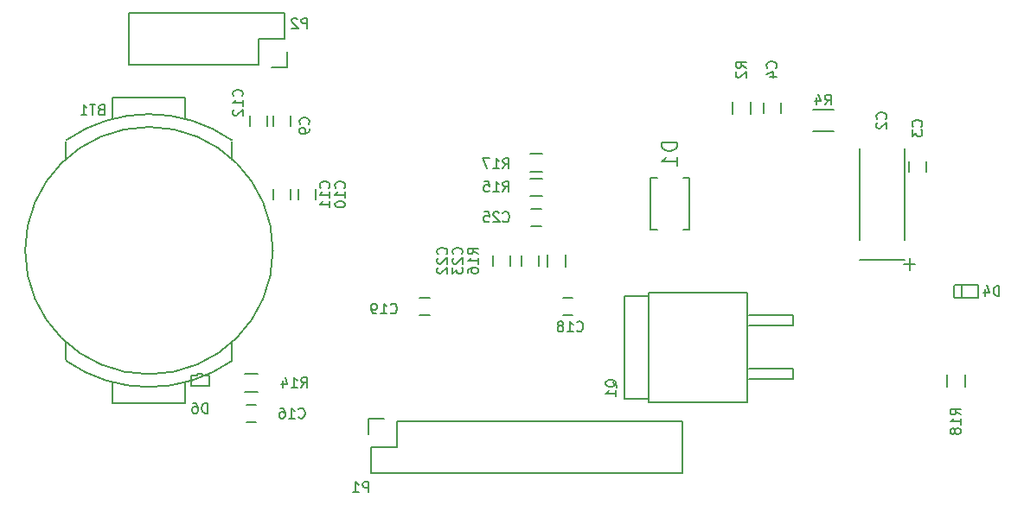
<source format=gbr>
G04 #@! TF.FileFunction,Legend,Bot*
%FSLAX46Y46*%
G04 Gerber Fmt 4.6, Leading zero omitted, Abs format (unit mm)*
G04 Created by KiCad (PCBNEW 4.0.2-stable) date 9/19/2016 8:58:52 PM*
%MOMM*%
G01*
G04 APERTURE LIST*
%ADD10C,0.100000*%
%ADD11C,0.150000*%
G04 APERTURE END LIST*
D10*
D11*
X176417700Y-99496200D02*
X174055500Y-99496200D01*
X174055500Y-99496200D02*
X174055500Y-109503800D01*
X174055500Y-109503800D02*
X176417700Y-109503800D01*
X190527400Y-107624200D02*
X186196700Y-107624200D01*
X190527400Y-106620900D02*
X190527400Y-107624200D01*
X186196700Y-106620900D02*
X190527400Y-106620900D01*
X186196700Y-101350400D02*
X190527400Y-101350400D01*
X190527400Y-101350400D02*
X190527400Y-102353700D01*
X190527400Y-102353700D02*
X186196700Y-102353700D01*
X176417700Y-99153300D02*
X176417700Y-109846700D01*
X176417700Y-109846700D02*
X186069700Y-109846700D01*
X186069700Y-109846700D02*
X186069700Y-99153300D01*
X186069700Y-99153300D02*
X176417700Y-99153300D01*
X123944000Y-109986000D02*
X123944000Y-107954000D01*
X131056000Y-109986000D02*
X131056000Y-107954000D01*
X123944000Y-80014000D02*
X123944000Y-82046000D01*
X131056000Y-80014000D02*
X131056000Y-82046000D01*
X119388404Y-84177440D02*
G75*
G02X135611596Y-84177441I8111596J-11584560D01*
G01*
X135611596Y-105822560D02*
G75*
G02X119388404Y-105822559I-8111596J11584560D01*
G01*
X119372000Y-103890000D02*
X119372000Y-105668000D01*
X135628000Y-103890000D02*
X135628000Y-105668000D01*
X119372000Y-86110000D02*
X119372000Y-84332000D01*
X135628000Y-86110000D02*
X135628000Y-84332000D01*
X131056000Y-109986000D02*
X123944000Y-109986000D01*
X131056000Y-80014000D02*
X123944000Y-80014000D01*
X139625682Y-95000000D02*
G75*
G03X139625682Y-95000000I-12125682J0D01*
G01*
X164800000Y-87275000D02*
X166000000Y-87275000D01*
X166000000Y-85525000D02*
X164800000Y-85525000D01*
X166525000Y-95400000D02*
X166525000Y-96600000D01*
X168275000Y-96600000D02*
X168275000Y-95400000D01*
X164800000Y-89675000D02*
X166000000Y-89675000D01*
X166000000Y-87925000D02*
X164800000Y-87925000D01*
X136900000Y-108875000D02*
X138100000Y-108875000D01*
X138100000Y-107125000D02*
X136900000Y-107125000D01*
X194500000Y-81175000D02*
X192500000Y-81175000D01*
X192500000Y-83325000D02*
X194500000Y-83325000D01*
X184625000Y-80400000D02*
X184625000Y-81600000D01*
X186375000Y-81600000D02*
X186375000Y-80400000D01*
X125530000Y-71690000D02*
X140770000Y-71690000D01*
X138230000Y-76770000D02*
X125530000Y-76770000D01*
X125530000Y-71690000D02*
X125530000Y-76770000D01*
X140770000Y-71690000D02*
X140770000Y-74230000D01*
X141050000Y-75500000D02*
X141050000Y-77050000D01*
X140770000Y-74230000D02*
X138230000Y-74230000D01*
X138230000Y-74230000D02*
X138230000Y-76770000D01*
X141050000Y-77050000D02*
X139500000Y-77050000D01*
X179770000Y-87885000D02*
X180405000Y-87885000D01*
X180405000Y-87885000D02*
X180405000Y-92965000D01*
X180405000Y-92965000D02*
X179770000Y-92965000D01*
X176595000Y-92965000D02*
X177230000Y-92965000D01*
X176595000Y-87885000D02*
X177230000Y-87885000D01*
X176595000Y-87885000D02*
X176595000Y-92965000D01*
X164900000Y-90950000D02*
X165900000Y-90950000D01*
X165900000Y-92650000D02*
X164900000Y-92650000D01*
X163950000Y-96500000D02*
X163950000Y-95500000D01*
X165650000Y-95500000D02*
X165650000Y-96500000D01*
X161150000Y-96500000D02*
X161150000Y-95500000D01*
X162850000Y-95500000D02*
X162850000Y-96500000D01*
X154000000Y-99650000D02*
X155000000Y-99650000D01*
X155000000Y-101350000D02*
X154000000Y-101350000D01*
X168000000Y-99650000D02*
X169000000Y-99650000D01*
X169000000Y-101350000D02*
X168000000Y-101350000D01*
X138000000Y-111850000D02*
X137000000Y-111850000D01*
X137000000Y-110150000D02*
X138000000Y-110150000D01*
X137400000Y-82750000D02*
X137400000Y-81750000D01*
X139100000Y-81750000D02*
X139100000Y-82750000D01*
X141350000Y-89000000D02*
X141350000Y-90000000D01*
X139650000Y-90000000D02*
X139650000Y-89000000D01*
X143850000Y-89000000D02*
X143850000Y-90000000D01*
X142150000Y-90000000D02*
X142150000Y-89000000D01*
X139650000Y-82750000D02*
X139650000Y-81750000D01*
X141350000Y-81750000D02*
X141350000Y-82750000D01*
X189350000Y-80500000D02*
X189350000Y-81500000D01*
X187650000Y-81500000D02*
X187650000Y-80500000D01*
X203600000Y-86250000D02*
X203600000Y-87250000D01*
X201900000Y-87250000D02*
X201900000Y-86250000D01*
X201449640Y-95903340D02*
X197050360Y-95903340D01*
X197050360Y-94000880D02*
X197050360Y-84999120D01*
X201449640Y-84999120D02*
X201449640Y-94000880D01*
X202452940Y-96358000D02*
X201353120Y-96358000D01*
X201952560Y-96957440D02*
X201952560Y-95758560D01*
X132754000Y-107242000D02*
X133389000Y-107242000D01*
X133389000Y-107242000D02*
X133389000Y-108258000D01*
X131611000Y-108258000D02*
X131611000Y-107242000D01*
X131611000Y-107242000D02*
X132246000Y-107242000D01*
X132754000Y-107115000D02*
X132754000Y-107242000D01*
X132246000Y-107242000D02*
X132246000Y-107115000D01*
X133389000Y-108258000D02*
X131611000Y-108258000D01*
X132246000Y-107115000D02*
X132754000Y-107115000D01*
X205625000Y-107150000D02*
X205625000Y-108350000D01*
X207375000Y-108350000D02*
X207375000Y-107150000D01*
X208643000Y-99635000D02*
X206357000Y-99635000D01*
X208643000Y-98365000D02*
X206357000Y-98365000D01*
X208643000Y-98428500D02*
X208643000Y-99571500D01*
X206293500Y-98428500D02*
X206293500Y-99571500D01*
X207055500Y-99571500D02*
X207055500Y-98428500D01*
X179710000Y-116810000D02*
X149230000Y-116810000D01*
X151770000Y-111730000D02*
X179710000Y-111730000D01*
X179710000Y-116810000D02*
X179710000Y-111730000D01*
X149230000Y-116810000D02*
X149230000Y-114270000D01*
X148950000Y-113000000D02*
X148950000Y-111450000D01*
X149230000Y-114270000D02*
X151770000Y-114270000D01*
X151770000Y-114270000D02*
X151770000Y-111730000D01*
X148950000Y-111450000D02*
X150500000Y-111450000D01*
X173297619Y-108404762D02*
X173250000Y-108309524D01*
X173154762Y-108214286D01*
X173011905Y-108071429D01*
X172964286Y-107976190D01*
X172964286Y-107880952D01*
X173202381Y-107928571D02*
X173154762Y-107833333D01*
X173059524Y-107738095D01*
X172869048Y-107690476D01*
X172535714Y-107690476D01*
X172345238Y-107738095D01*
X172250000Y-107833333D01*
X172202381Y-107928571D01*
X172202381Y-108119048D01*
X172250000Y-108214286D01*
X172345238Y-108309524D01*
X172535714Y-108357143D01*
X172869048Y-108357143D01*
X173059524Y-108309524D01*
X173154762Y-108214286D01*
X173202381Y-108119048D01*
X173202381Y-107928571D01*
X173202381Y-109309524D02*
X173202381Y-108738095D01*
X173202381Y-109023809D02*
X172202381Y-109023809D01*
X172345238Y-108928571D01*
X172440476Y-108833333D01*
X172488095Y-108738095D01*
X122785714Y-81178571D02*
X122642857Y-81226190D01*
X122595238Y-81273810D01*
X122547619Y-81369048D01*
X122547619Y-81511905D01*
X122595238Y-81607143D01*
X122642857Y-81654762D01*
X122738095Y-81702381D01*
X123119048Y-81702381D01*
X123119048Y-80702381D01*
X122785714Y-80702381D01*
X122690476Y-80750000D01*
X122642857Y-80797619D01*
X122595238Y-80892857D01*
X122595238Y-80988095D01*
X122642857Y-81083333D01*
X122690476Y-81130952D01*
X122785714Y-81178571D01*
X123119048Y-81178571D01*
X122261905Y-80702381D02*
X121690476Y-80702381D01*
X121976191Y-81702381D02*
X121976191Y-80702381D01*
X120833333Y-81702381D02*
X121404762Y-81702381D01*
X121119048Y-81702381D02*
X121119048Y-80702381D01*
X121214286Y-80845238D01*
X121309524Y-80940476D01*
X121404762Y-80988095D01*
X162142857Y-86952381D02*
X162476191Y-86476190D01*
X162714286Y-86952381D02*
X162714286Y-85952381D01*
X162333333Y-85952381D01*
X162238095Y-86000000D01*
X162190476Y-86047619D01*
X162142857Y-86142857D01*
X162142857Y-86285714D01*
X162190476Y-86380952D01*
X162238095Y-86428571D01*
X162333333Y-86476190D01*
X162714286Y-86476190D01*
X161190476Y-86952381D02*
X161761905Y-86952381D01*
X161476191Y-86952381D02*
X161476191Y-85952381D01*
X161571429Y-86095238D01*
X161666667Y-86190476D01*
X161761905Y-86238095D01*
X160857143Y-85952381D02*
X160190476Y-85952381D01*
X160619048Y-86952381D01*
X159702381Y-95357143D02*
X159226190Y-95023809D01*
X159702381Y-94785714D02*
X158702381Y-94785714D01*
X158702381Y-95166667D01*
X158750000Y-95261905D01*
X158797619Y-95309524D01*
X158892857Y-95357143D01*
X159035714Y-95357143D01*
X159130952Y-95309524D01*
X159178571Y-95261905D01*
X159226190Y-95166667D01*
X159226190Y-94785714D01*
X159702381Y-96309524D02*
X159702381Y-95738095D01*
X159702381Y-96023809D02*
X158702381Y-96023809D01*
X158845238Y-95928571D01*
X158940476Y-95833333D01*
X158988095Y-95738095D01*
X158702381Y-97166667D02*
X158702381Y-96976190D01*
X158750000Y-96880952D01*
X158797619Y-96833333D01*
X158940476Y-96738095D01*
X159130952Y-96690476D01*
X159511905Y-96690476D01*
X159607143Y-96738095D01*
X159654762Y-96785714D01*
X159702381Y-96880952D01*
X159702381Y-97071429D01*
X159654762Y-97166667D01*
X159607143Y-97214286D01*
X159511905Y-97261905D01*
X159273810Y-97261905D01*
X159178571Y-97214286D01*
X159130952Y-97166667D01*
X159083333Y-97071429D01*
X159083333Y-96880952D01*
X159130952Y-96785714D01*
X159178571Y-96738095D01*
X159273810Y-96690476D01*
X162142857Y-89202381D02*
X162476191Y-88726190D01*
X162714286Y-89202381D02*
X162714286Y-88202381D01*
X162333333Y-88202381D01*
X162238095Y-88250000D01*
X162190476Y-88297619D01*
X162142857Y-88392857D01*
X162142857Y-88535714D01*
X162190476Y-88630952D01*
X162238095Y-88678571D01*
X162333333Y-88726190D01*
X162714286Y-88726190D01*
X161190476Y-89202381D02*
X161761905Y-89202381D01*
X161476191Y-89202381D02*
X161476191Y-88202381D01*
X161571429Y-88345238D01*
X161666667Y-88440476D01*
X161761905Y-88488095D01*
X160285714Y-88202381D02*
X160761905Y-88202381D01*
X160809524Y-88678571D01*
X160761905Y-88630952D01*
X160666667Y-88583333D01*
X160428571Y-88583333D01*
X160333333Y-88630952D01*
X160285714Y-88678571D01*
X160238095Y-88773810D01*
X160238095Y-89011905D01*
X160285714Y-89107143D01*
X160333333Y-89154762D01*
X160428571Y-89202381D01*
X160666667Y-89202381D01*
X160761905Y-89154762D01*
X160809524Y-89107143D01*
X142392857Y-108452381D02*
X142726191Y-107976190D01*
X142964286Y-108452381D02*
X142964286Y-107452381D01*
X142583333Y-107452381D01*
X142488095Y-107500000D01*
X142440476Y-107547619D01*
X142392857Y-107642857D01*
X142392857Y-107785714D01*
X142440476Y-107880952D01*
X142488095Y-107928571D01*
X142583333Y-107976190D01*
X142964286Y-107976190D01*
X141440476Y-108452381D02*
X142011905Y-108452381D01*
X141726191Y-108452381D02*
X141726191Y-107452381D01*
X141821429Y-107595238D01*
X141916667Y-107690476D01*
X142011905Y-107738095D01*
X140583333Y-107785714D02*
X140583333Y-108452381D01*
X140821429Y-107404762D02*
X141059524Y-108119048D01*
X140440476Y-108119048D01*
X193666666Y-80702381D02*
X194000000Y-80226190D01*
X194238095Y-80702381D02*
X194238095Y-79702381D01*
X193857142Y-79702381D01*
X193761904Y-79750000D01*
X193714285Y-79797619D01*
X193666666Y-79892857D01*
X193666666Y-80035714D01*
X193714285Y-80130952D01*
X193761904Y-80178571D01*
X193857142Y-80226190D01*
X194238095Y-80226190D01*
X192809523Y-80035714D02*
X192809523Y-80702381D01*
X193047619Y-79654762D02*
X193285714Y-80369048D01*
X192666666Y-80369048D01*
X185952381Y-77083334D02*
X185476190Y-76750000D01*
X185952381Y-76511905D02*
X184952381Y-76511905D01*
X184952381Y-76892858D01*
X185000000Y-76988096D01*
X185047619Y-77035715D01*
X185142857Y-77083334D01*
X185285714Y-77083334D01*
X185380952Y-77035715D01*
X185428571Y-76988096D01*
X185476190Y-76892858D01*
X185476190Y-76511905D01*
X185047619Y-77464286D02*
X185000000Y-77511905D01*
X184952381Y-77607143D01*
X184952381Y-77845239D01*
X185000000Y-77940477D01*
X185047619Y-77988096D01*
X185142857Y-78035715D01*
X185238095Y-78035715D01*
X185380952Y-77988096D01*
X185952381Y-77416667D01*
X185952381Y-78035715D01*
X142988095Y-73202381D02*
X142988095Y-72202381D01*
X142607142Y-72202381D01*
X142511904Y-72250000D01*
X142464285Y-72297619D01*
X142416666Y-72392857D01*
X142416666Y-72535714D01*
X142464285Y-72630952D01*
X142511904Y-72678571D01*
X142607142Y-72726190D01*
X142988095Y-72726190D01*
X142035714Y-72297619D02*
X141988095Y-72250000D01*
X141892857Y-72202381D01*
X141654761Y-72202381D01*
X141559523Y-72250000D01*
X141511904Y-72297619D01*
X141464285Y-72392857D01*
X141464285Y-72488095D01*
X141511904Y-72630952D01*
X142083333Y-73202381D01*
X141464285Y-73202381D01*
X179178571Y-84392858D02*
X177678571Y-84392858D01*
X177678571Y-84750001D01*
X177750000Y-84964286D01*
X177892857Y-85107144D01*
X178035714Y-85178572D01*
X178321429Y-85250001D01*
X178535714Y-85250001D01*
X178821429Y-85178572D01*
X178964286Y-85107144D01*
X179107143Y-84964286D01*
X179178571Y-84750001D01*
X179178571Y-84392858D01*
X179178571Y-86678572D02*
X179178571Y-85821429D01*
X179178571Y-86250001D02*
X177678571Y-86250001D01*
X177892857Y-86107144D01*
X178035714Y-85964286D01*
X178107143Y-85821429D01*
X162142857Y-92107143D02*
X162190476Y-92154762D01*
X162333333Y-92202381D01*
X162428571Y-92202381D01*
X162571429Y-92154762D01*
X162666667Y-92059524D01*
X162714286Y-91964286D01*
X162761905Y-91773810D01*
X162761905Y-91630952D01*
X162714286Y-91440476D01*
X162666667Y-91345238D01*
X162571429Y-91250000D01*
X162428571Y-91202381D01*
X162333333Y-91202381D01*
X162190476Y-91250000D01*
X162142857Y-91297619D01*
X161761905Y-91297619D02*
X161714286Y-91250000D01*
X161619048Y-91202381D01*
X161380952Y-91202381D01*
X161285714Y-91250000D01*
X161238095Y-91297619D01*
X161190476Y-91392857D01*
X161190476Y-91488095D01*
X161238095Y-91630952D01*
X161809524Y-92202381D01*
X161190476Y-92202381D01*
X160285714Y-91202381D02*
X160761905Y-91202381D01*
X160809524Y-91678571D01*
X160761905Y-91630952D01*
X160666667Y-91583333D01*
X160428571Y-91583333D01*
X160333333Y-91630952D01*
X160285714Y-91678571D01*
X160238095Y-91773810D01*
X160238095Y-92011905D01*
X160285714Y-92107143D01*
X160333333Y-92154762D01*
X160428571Y-92202381D01*
X160666667Y-92202381D01*
X160761905Y-92154762D01*
X160809524Y-92107143D01*
X158107143Y-95357143D02*
X158154762Y-95309524D01*
X158202381Y-95166667D01*
X158202381Y-95071429D01*
X158154762Y-94928571D01*
X158059524Y-94833333D01*
X157964286Y-94785714D01*
X157773810Y-94738095D01*
X157630952Y-94738095D01*
X157440476Y-94785714D01*
X157345238Y-94833333D01*
X157250000Y-94928571D01*
X157202381Y-95071429D01*
X157202381Y-95166667D01*
X157250000Y-95309524D01*
X157297619Y-95357143D01*
X157297619Y-95738095D02*
X157250000Y-95785714D01*
X157202381Y-95880952D01*
X157202381Y-96119048D01*
X157250000Y-96214286D01*
X157297619Y-96261905D01*
X157392857Y-96309524D01*
X157488095Y-96309524D01*
X157630952Y-96261905D01*
X158202381Y-95690476D01*
X158202381Y-96309524D01*
X157202381Y-96642857D02*
X157202381Y-97261905D01*
X157583333Y-96928571D01*
X157583333Y-97071429D01*
X157630952Y-97166667D01*
X157678571Y-97214286D01*
X157773810Y-97261905D01*
X158011905Y-97261905D01*
X158107143Y-97214286D01*
X158154762Y-97166667D01*
X158202381Y-97071429D01*
X158202381Y-96785714D01*
X158154762Y-96690476D01*
X158107143Y-96642857D01*
X156607143Y-95357143D02*
X156654762Y-95309524D01*
X156702381Y-95166667D01*
X156702381Y-95071429D01*
X156654762Y-94928571D01*
X156559524Y-94833333D01*
X156464286Y-94785714D01*
X156273810Y-94738095D01*
X156130952Y-94738095D01*
X155940476Y-94785714D01*
X155845238Y-94833333D01*
X155750000Y-94928571D01*
X155702381Y-95071429D01*
X155702381Y-95166667D01*
X155750000Y-95309524D01*
X155797619Y-95357143D01*
X155797619Y-95738095D02*
X155750000Y-95785714D01*
X155702381Y-95880952D01*
X155702381Y-96119048D01*
X155750000Y-96214286D01*
X155797619Y-96261905D01*
X155892857Y-96309524D01*
X155988095Y-96309524D01*
X156130952Y-96261905D01*
X156702381Y-95690476D01*
X156702381Y-96309524D01*
X155797619Y-96690476D02*
X155750000Y-96738095D01*
X155702381Y-96833333D01*
X155702381Y-97071429D01*
X155750000Y-97166667D01*
X155797619Y-97214286D01*
X155892857Y-97261905D01*
X155988095Y-97261905D01*
X156130952Y-97214286D01*
X156702381Y-96642857D01*
X156702381Y-97261905D01*
X151142857Y-101107143D02*
X151190476Y-101154762D01*
X151333333Y-101202381D01*
X151428571Y-101202381D01*
X151571429Y-101154762D01*
X151666667Y-101059524D01*
X151714286Y-100964286D01*
X151761905Y-100773810D01*
X151761905Y-100630952D01*
X151714286Y-100440476D01*
X151666667Y-100345238D01*
X151571429Y-100250000D01*
X151428571Y-100202381D01*
X151333333Y-100202381D01*
X151190476Y-100250000D01*
X151142857Y-100297619D01*
X150190476Y-101202381D02*
X150761905Y-101202381D01*
X150476191Y-101202381D02*
X150476191Y-100202381D01*
X150571429Y-100345238D01*
X150666667Y-100440476D01*
X150761905Y-100488095D01*
X149714286Y-101202381D02*
X149523810Y-101202381D01*
X149428571Y-101154762D01*
X149380952Y-101107143D01*
X149285714Y-100964286D01*
X149238095Y-100773810D01*
X149238095Y-100392857D01*
X149285714Y-100297619D01*
X149333333Y-100250000D01*
X149428571Y-100202381D01*
X149619048Y-100202381D01*
X149714286Y-100250000D01*
X149761905Y-100297619D01*
X149809524Y-100392857D01*
X149809524Y-100630952D01*
X149761905Y-100726190D01*
X149714286Y-100773810D01*
X149619048Y-100821429D01*
X149428571Y-100821429D01*
X149333333Y-100773810D01*
X149285714Y-100726190D01*
X149238095Y-100630952D01*
X169392857Y-102857143D02*
X169440476Y-102904762D01*
X169583333Y-102952381D01*
X169678571Y-102952381D01*
X169821429Y-102904762D01*
X169916667Y-102809524D01*
X169964286Y-102714286D01*
X170011905Y-102523810D01*
X170011905Y-102380952D01*
X169964286Y-102190476D01*
X169916667Y-102095238D01*
X169821429Y-102000000D01*
X169678571Y-101952381D01*
X169583333Y-101952381D01*
X169440476Y-102000000D01*
X169392857Y-102047619D01*
X168440476Y-102952381D02*
X169011905Y-102952381D01*
X168726191Y-102952381D02*
X168726191Y-101952381D01*
X168821429Y-102095238D01*
X168916667Y-102190476D01*
X169011905Y-102238095D01*
X167869048Y-102380952D02*
X167964286Y-102333333D01*
X168011905Y-102285714D01*
X168059524Y-102190476D01*
X168059524Y-102142857D01*
X168011905Y-102047619D01*
X167964286Y-102000000D01*
X167869048Y-101952381D01*
X167678571Y-101952381D01*
X167583333Y-102000000D01*
X167535714Y-102047619D01*
X167488095Y-102142857D01*
X167488095Y-102190476D01*
X167535714Y-102285714D01*
X167583333Y-102333333D01*
X167678571Y-102380952D01*
X167869048Y-102380952D01*
X167964286Y-102428571D01*
X168011905Y-102476190D01*
X168059524Y-102571429D01*
X168059524Y-102761905D01*
X168011905Y-102857143D01*
X167964286Y-102904762D01*
X167869048Y-102952381D01*
X167678571Y-102952381D01*
X167583333Y-102904762D01*
X167535714Y-102857143D01*
X167488095Y-102761905D01*
X167488095Y-102571429D01*
X167535714Y-102476190D01*
X167583333Y-102428571D01*
X167678571Y-102380952D01*
X142142857Y-111357143D02*
X142190476Y-111404762D01*
X142333333Y-111452381D01*
X142428571Y-111452381D01*
X142571429Y-111404762D01*
X142666667Y-111309524D01*
X142714286Y-111214286D01*
X142761905Y-111023810D01*
X142761905Y-110880952D01*
X142714286Y-110690476D01*
X142666667Y-110595238D01*
X142571429Y-110500000D01*
X142428571Y-110452381D01*
X142333333Y-110452381D01*
X142190476Y-110500000D01*
X142142857Y-110547619D01*
X141190476Y-111452381D02*
X141761905Y-111452381D01*
X141476191Y-111452381D02*
X141476191Y-110452381D01*
X141571429Y-110595238D01*
X141666667Y-110690476D01*
X141761905Y-110738095D01*
X140333333Y-110452381D02*
X140523810Y-110452381D01*
X140619048Y-110500000D01*
X140666667Y-110547619D01*
X140761905Y-110690476D01*
X140809524Y-110880952D01*
X140809524Y-111261905D01*
X140761905Y-111357143D01*
X140714286Y-111404762D01*
X140619048Y-111452381D01*
X140428571Y-111452381D01*
X140333333Y-111404762D01*
X140285714Y-111357143D01*
X140238095Y-111261905D01*
X140238095Y-111023810D01*
X140285714Y-110928571D01*
X140333333Y-110880952D01*
X140428571Y-110833333D01*
X140619048Y-110833333D01*
X140714286Y-110880952D01*
X140761905Y-110928571D01*
X140809524Y-111023810D01*
X136607143Y-79857143D02*
X136654762Y-79809524D01*
X136702381Y-79666667D01*
X136702381Y-79571429D01*
X136654762Y-79428571D01*
X136559524Y-79333333D01*
X136464286Y-79285714D01*
X136273810Y-79238095D01*
X136130952Y-79238095D01*
X135940476Y-79285714D01*
X135845238Y-79333333D01*
X135750000Y-79428571D01*
X135702381Y-79571429D01*
X135702381Y-79666667D01*
X135750000Y-79809524D01*
X135797619Y-79857143D01*
X136702381Y-80809524D02*
X136702381Y-80238095D01*
X136702381Y-80523809D02*
X135702381Y-80523809D01*
X135845238Y-80428571D01*
X135940476Y-80333333D01*
X135988095Y-80238095D01*
X135797619Y-81190476D02*
X135750000Y-81238095D01*
X135702381Y-81333333D01*
X135702381Y-81571429D01*
X135750000Y-81666667D01*
X135797619Y-81714286D01*
X135892857Y-81761905D01*
X135988095Y-81761905D01*
X136130952Y-81714286D01*
X136702381Y-81142857D01*
X136702381Y-81761905D01*
X145107143Y-88857143D02*
X145154762Y-88809524D01*
X145202381Y-88666667D01*
X145202381Y-88571429D01*
X145154762Y-88428571D01*
X145059524Y-88333333D01*
X144964286Y-88285714D01*
X144773810Y-88238095D01*
X144630952Y-88238095D01*
X144440476Y-88285714D01*
X144345238Y-88333333D01*
X144250000Y-88428571D01*
X144202381Y-88571429D01*
X144202381Y-88666667D01*
X144250000Y-88809524D01*
X144297619Y-88857143D01*
X145202381Y-89809524D02*
X145202381Y-89238095D01*
X145202381Y-89523809D02*
X144202381Y-89523809D01*
X144345238Y-89428571D01*
X144440476Y-89333333D01*
X144488095Y-89238095D01*
X145202381Y-90761905D02*
X145202381Y-90190476D01*
X145202381Y-90476190D02*
X144202381Y-90476190D01*
X144345238Y-90380952D01*
X144440476Y-90285714D01*
X144488095Y-90190476D01*
X146607143Y-88857143D02*
X146654762Y-88809524D01*
X146702381Y-88666667D01*
X146702381Y-88571429D01*
X146654762Y-88428571D01*
X146559524Y-88333333D01*
X146464286Y-88285714D01*
X146273810Y-88238095D01*
X146130952Y-88238095D01*
X145940476Y-88285714D01*
X145845238Y-88333333D01*
X145750000Y-88428571D01*
X145702381Y-88571429D01*
X145702381Y-88666667D01*
X145750000Y-88809524D01*
X145797619Y-88857143D01*
X146702381Y-89809524D02*
X146702381Y-89238095D01*
X146702381Y-89523809D02*
X145702381Y-89523809D01*
X145845238Y-89428571D01*
X145940476Y-89333333D01*
X145988095Y-89238095D01*
X145702381Y-90428571D02*
X145702381Y-90523810D01*
X145750000Y-90619048D01*
X145797619Y-90666667D01*
X145892857Y-90714286D01*
X146083333Y-90761905D01*
X146321429Y-90761905D01*
X146511905Y-90714286D01*
X146607143Y-90666667D01*
X146654762Y-90619048D01*
X146702381Y-90523810D01*
X146702381Y-90428571D01*
X146654762Y-90333333D01*
X146607143Y-90285714D01*
X146511905Y-90238095D01*
X146321429Y-90190476D01*
X146083333Y-90190476D01*
X145892857Y-90238095D01*
X145797619Y-90285714D01*
X145750000Y-90333333D01*
X145702381Y-90428571D01*
X143107143Y-82583334D02*
X143154762Y-82535715D01*
X143202381Y-82392858D01*
X143202381Y-82297620D01*
X143154762Y-82154762D01*
X143059524Y-82059524D01*
X142964286Y-82011905D01*
X142773810Y-81964286D01*
X142630952Y-81964286D01*
X142440476Y-82011905D01*
X142345238Y-82059524D01*
X142250000Y-82154762D01*
X142202381Y-82297620D01*
X142202381Y-82392858D01*
X142250000Y-82535715D01*
X142297619Y-82583334D01*
X143202381Y-83059524D02*
X143202381Y-83250000D01*
X143154762Y-83345239D01*
X143107143Y-83392858D01*
X142964286Y-83488096D01*
X142773810Y-83535715D01*
X142392857Y-83535715D01*
X142297619Y-83488096D01*
X142250000Y-83440477D01*
X142202381Y-83345239D01*
X142202381Y-83154762D01*
X142250000Y-83059524D01*
X142297619Y-83011905D01*
X142392857Y-82964286D01*
X142630952Y-82964286D01*
X142726190Y-83011905D01*
X142773810Y-83059524D01*
X142821429Y-83154762D01*
X142821429Y-83345239D01*
X142773810Y-83440477D01*
X142726190Y-83488096D01*
X142630952Y-83535715D01*
X188857143Y-77083334D02*
X188904762Y-77035715D01*
X188952381Y-76892858D01*
X188952381Y-76797620D01*
X188904762Y-76654762D01*
X188809524Y-76559524D01*
X188714286Y-76511905D01*
X188523810Y-76464286D01*
X188380952Y-76464286D01*
X188190476Y-76511905D01*
X188095238Y-76559524D01*
X188000000Y-76654762D01*
X187952381Y-76797620D01*
X187952381Y-76892858D01*
X188000000Y-77035715D01*
X188047619Y-77083334D01*
X188285714Y-77940477D02*
X188952381Y-77940477D01*
X187904762Y-77702381D02*
X188619048Y-77464286D01*
X188619048Y-78083334D01*
X203107143Y-82833334D02*
X203154762Y-82785715D01*
X203202381Y-82642858D01*
X203202381Y-82547620D01*
X203154762Y-82404762D01*
X203059524Y-82309524D01*
X202964286Y-82261905D01*
X202773810Y-82214286D01*
X202630952Y-82214286D01*
X202440476Y-82261905D01*
X202345238Y-82309524D01*
X202250000Y-82404762D01*
X202202381Y-82547620D01*
X202202381Y-82642858D01*
X202250000Y-82785715D01*
X202297619Y-82833334D01*
X202202381Y-83166667D02*
X202202381Y-83785715D01*
X202583333Y-83452381D01*
X202583333Y-83595239D01*
X202630952Y-83690477D01*
X202678571Y-83738096D01*
X202773810Y-83785715D01*
X203011905Y-83785715D01*
X203107143Y-83738096D01*
X203154762Y-83690477D01*
X203202381Y-83595239D01*
X203202381Y-83309524D01*
X203154762Y-83214286D01*
X203107143Y-83166667D01*
X199607143Y-82083334D02*
X199654762Y-82035715D01*
X199702381Y-81892858D01*
X199702381Y-81797620D01*
X199654762Y-81654762D01*
X199559524Y-81559524D01*
X199464286Y-81511905D01*
X199273810Y-81464286D01*
X199130952Y-81464286D01*
X198940476Y-81511905D01*
X198845238Y-81559524D01*
X198750000Y-81654762D01*
X198702381Y-81797620D01*
X198702381Y-81892858D01*
X198750000Y-82035715D01*
X198797619Y-82083334D01*
X198797619Y-82464286D02*
X198750000Y-82511905D01*
X198702381Y-82607143D01*
X198702381Y-82845239D01*
X198750000Y-82940477D01*
X198797619Y-82988096D01*
X198892857Y-83035715D01*
X198988095Y-83035715D01*
X199130952Y-82988096D01*
X199702381Y-82416667D01*
X199702381Y-83035715D01*
X202021449Y-95974508D02*
X202021449Y-96736413D01*
X202402401Y-96355461D02*
X201640496Y-96355461D01*
X133238095Y-110952381D02*
X133238095Y-109952381D01*
X133000000Y-109952381D01*
X132857142Y-110000000D01*
X132761904Y-110095238D01*
X132714285Y-110190476D01*
X132666666Y-110380952D01*
X132666666Y-110523810D01*
X132714285Y-110714286D01*
X132761904Y-110809524D01*
X132857142Y-110904762D01*
X133000000Y-110952381D01*
X133238095Y-110952381D01*
X131809523Y-109952381D02*
X132000000Y-109952381D01*
X132095238Y-110000000D01*
X132142857Y-110047619D01*
X132238095Y-110190476D01*
X132285714Y-110380952D01*
X132285714Y-110761905D01*
X132238095Y-110857143D01*
X132190476Y-110904762D01*
X132095238Y-110952381D01*
X131904761Y-110952381D01*
X131809523Y-110904762D01*
X131761904Y-110857143D01*
X131714285Y-110761905D01*
X131714285Y-110523810D01*
X131761904Y-110428571D01*
X131809523Y-110380952D01*
X131904761Y-110333333D01*
X132095238Y-110333333D01*
X132190476Y-110380952D01*
X132238095Y-110428571D01*
X132285714Y-110523810D01*
X206952381Y-111107143D02*
X206476190Y-110773809D01*
X206952381Y-110535714D02*
X205952381Y-110535714D01*
X205952381Y-110916667D01*
X206000000Y-111011905D01*
X206047619Y-111059524D01*
X206142857Y-111107143D01*
X206285714Y-111107143D01*
X206380952Y-111059524D01*
X206428571Y-111011905D01*
X206476190Y-110916667D01*
X206476190Y-110535714D01*
X206952381Y-112059524D02*
X206952381Y-111488095D01*
X206952381Y-111773809D02*
X205952381Y-111773809D01*
X206095238Y-111678571D01*
X206190476Y-111583333D01*
X206238095Y-111488095D01*
X206380952Y-112630952D02*
X206333333Y-112535714D01*
X206285714Y-112488095D01*
X206190476Y-112440476D01*
X206142857Y-112440476D01*
X206047619Y-112488095D01*
X206000000Y-112535714D01*
X205952381Y-112630952D01*
X205952381Y-112821429D01*
X206000000Y-112916667D01*
X206047619Y-112964286D01*
X206142857Y-113011905D01*
X206190476Y-113011905D01*
X206285714Y-112964286D01*
X206333333Y-112916667D01*
X206380952Y-112821429D01*
X206380952Y-112630952D01*
X206428571Y-112535714D01*
X206476190Y-112488095D01*
X206571429Y-112440476D01*
X206761905Y-112440476D01*
X206857143Y-112488095D01*
X206904762Y-112535714D01*
X206952381Y-112630952D01*
X206952381Y-112821429D01*
X206904762Y-112916667D01*
X206857143Y-112964286D01*
X206761905Y-113011905D01*
X206571429Y-113011905D01*
X206476190Y-112964286D01*
X206428571Y-112916667D01*
X206380952Y-112821429D01*
X210738095Y-99452381D02*
X210738095Y-98452381D01*
X210500000Y-98452381D01*
X210357142Y-98500000D01*
X210261904Y-98595238D01*
X210214285Y-98690476D01*
X210166666Y-98880952D01*
X210166666Y-99023810D01*
X210214285Y-99214286D01*
X210261904Y-99309524D01*
X210357142Y-99404762D01*
X210500000Y-99452381D01*
X210738095Y-99452381D01*
X209309523Y-98785714D02*
X209309523Y-99452381D01*
X209547619Y-98404762D02*
X209785714Y-99119048D01*
X209166666Y-99119048D01*
X148988095Y-118702381D02*
X148988095Y-117702381D01*
X148607142Y-117702381D01*
X148511904Y-117750000D01*
X148464285Y-117797619D01*
X148416666Y-117892857D01*
X148416666Y-118035714D01*
X148464285Y-118130952D01*
X148511904Y-118178571D01*
X148607142Y-118226190D01*
X148988095Y-118226190D01*
X147464285Y-118702381D02*
X148035714Y-118702381D01*
X147750000Y-118702381D02*
X147750000Y-117702381D01*
X147845238Y-117845238D01*
X147940476Y-117940476D01*
X148035714Y-117988095D01*
M02*

</source>
